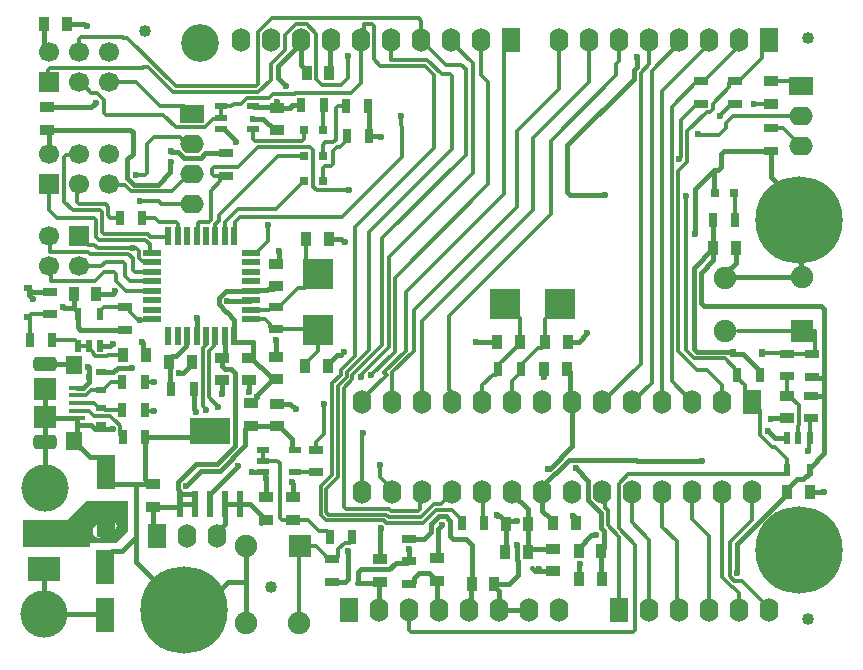
<source format=gtl>
G04*
G04 #@! TF.GenerationSoftware,Altium Limited,Altium Designer,22.1.2 (22)*
G04*
G04 Layer_Physical_Order=1*
G04 Layer_Color=255*
%FSLAX25Y25*%
%MOIN*%
G70*
G04*
G04 #@! TF.SameCoordinates,CB3FAF70-DFB5-4037-BA8D-DCE23A76FFA9*
G04*
G04*
G04 #@! TF.FilePolarity,Positive*
G04*
G01*
G75*
%ADD12C,0.01575*%
%ADD13R,0.03543X0.05118*%
%ADD14R,0.05118X0.03543*%
%ADD15R,0.05512X0.06299*%
%ADD16R,0.07480X0.07480*%
%ADD17R,0.05315X0.01575*%
%ADD18R,0.13780X0.08661*%
%ADD19R,0.02362X0.08661*%
%ADD20R,0.03937X0.02165*%
%ADD21R,0.06299X0.11811*%
%ADD22R,0.10630X0.07874*%
%ADD23R,0.02165X0.03937*%
%ADD24R,0.03150X0.03150*%
%ADD25R,0.02756X0.05118*%
%ADD26R,0.10236X0.09843*%
%ADD27R,0.05118X0.02756*%
%ADD28R,0.09843X0.10236*%
%ADD29R,0.05906X0.02165*%
%ADD30R,0.02165X0.05906*%
%ADD31R,0.02700X0.02200*%
%ADD32R,0.02200X0.02700*%
%ADD33R,0.03543X0.02362*%
%ADD61C,0.07480*%
%ADD62R,0.07480X0.07480*%
%ADD68C,0.04000*%
%ADD69C,0.01181*%
%ADD70O,0.06299X0.07874*%
%ADD71R,0.06299X0.07874*%
%ADD72C,0.12598*%
%ADD73O,0.07874X0.06299*%
%ADD74R,0.07874X0.06299*%
%ADD75C,0.06693*%
%ADD76R,0.06693X0.06693*%
G04:AMPARAMS|DCode=77|XSize=78.74mil|YSize=47.24mil|CornerRadius=11.81mil|HoleSize=0mil|Usage=FLASHONLY|Rotation=0.000|XOffset=0mil|YOffset=0mil|HoleType=Round|Shape=RoundedRectangle|*
%AMROUNDEDRECTD77*
21,1,0.07874,0.02362,0,0,0.0*
21,1,0.05512,0.04724,0,0,0.0*
1,1,0.02362,0.02756,-0.01181*
1,1,0.02362,-0.02756,-0.01181*
1,1,0.02362,-0.02756,0.01181*
1,1,0.02362,0.02756,0.01181*
%
%ADD77ROUNDEDRECTD77*%
%ADD78C,0.15748*%
%ADD79C,0.29134*%
%ADD80C,0.02362*%
G36*
X36282Y36282D02*
X32552Y32552D01*
X23684D01*
Y31102D01*
X1243D01*
Y40157D01*
X15936D01*
X22235Y46457D01*
X36282D01*
Y36282D01*
D02*
G37*
%LPC*%
G36*
X28740Y41968D02*
X27972Y41815D01*
X27321Y41380D01*
X26886Y40729D01*
X26733Y39961D01*
Y39414D01*
X24959Y37640D01*
X24524Y36988D01*
X24371Y36220D01*
X24524Y35452D01*
X24959Y34801D01*
X25610Y34366D01*
X26378Y34213D01*
X27146Y34366D01*
X27797Y34801D01*
X29496Y36500D01*
X29744Y36335D01*
X30512Y36182D01*
X31280Y36335D01*
X31931Y36770D01*
X32366Y37421D01*
X32519Y38189D01*
X32366Y38957D01*
X31931Y39608D01*
X30159Y41380D01*
X29508Y41815D01*
X28740Y41968D01*
D02*
G37*
%LPD*%
D12*
X182677Y164961D02*
X204921Y187205D01*
X205755Y194337D02*
X205906Y194488D01*
X204921Y190141D02*
X205755Y190975D01*
Y194337D01*
X204921Y187205D02*
Y190141D01*
X182677Y149348D02*
Y164961D01*
X183600Y148425D02*
X195276D01*
X182677Y149348D02*
X183600Y148425D01*
X105868Y95239D02*
X107329D01*
X102756Y92126D02*
X105868Y95239D01*
X182777Y99405D02*
X186413D01*
X189370Y102362D01*
X26378Y36220D02*
X28740Y38583D01*
Y39961D02*
X30512Y38189D01*
X28740Y38583D02*
Y39961D01*
X109449Y29921D02*
X109485Y29885D01*
Y20559D02*
Y29885D01*
X225197Y135433D02*
Y150401D01*
X231597Y156801D01*
X85630Y125591D02*
X86614Y126575D01*
X85433Y125591D02*
X85630D01*
X86614Y126575D02*
Y129921D01*
X103150Y133858D02*
X107283D01*
X108465Y132677D02*
X108661D01*
X107283Y133858D02*
X108465Y132677D01*
X36961Y170276D02*
X37883Y169353D01*
X9055Y170276D02*
X36961D01*
X37883Y162222D02*
Y169353D01*
X35965Y160304D02*
X37883Y162222D01*
X35965Y154069D02*
Y160304D01*
Y154069D02*
X38232Y151803D01*
X46071D01*
X50243Y155975D01*
Y159298D01*
X52761Y162841D02*
X54736Y160866D01*
X60459D01*
X61994Y162402D01*
X68898D01*
X50544Y162841D02*
X52761D01*
X10000Y162000D02*
Y169331D01*
X50243Y159298D02*
X50394Y159449D01*
X90209Y78937D02*
X92172Y76974D01*
X85827Y78937D02*
X90209D01*
X90945Y52543D02*
X91339Y52149D01*
X90945Y52543D02*
Y52756D01*
X91339Y47638D02*
Y52149D01*
X82109Y47812D02*
X82284Y47638D01*
X82109Y47812D02*
Y54226D01*
X54431Y89127D02*
X57395Y92092D01*
X53300Y89127D02*
X54431D01*
X53150Y88976D02*
X53300Y89127D01*
X40762Y99353D02*
Y99566D01*
X41142Y96260D02*
X42126Y95276D01*
X41142Y96260D02*
Y98974D01*
X40762Y99353D02*
X41142Y98974D01*
X32812Y90945D02*
X37402D01*
X31299Y89432D02*
X32812Y90945D01*
X26969Y98213D02*
X30283D01*
X30889Y98819D01*
X31102D01*
X85486Y94473D02*
X85536Y94523D01*
Y100213D01*
X31822Y116376D02*
X32035D01*
X31055Y115609D02*
X31822Y116376D01*
X25543Y115609D02*
X31055D01*
X174980Y90531D02*
X175000Y90551D01*
X174980Y87906D02*
Y90531D01*
X174961Y87887D02*
X174980Y87906D01*
X193898Y37446D02*
Y42484D01*
Y37446D02*
X194966Y36377D01*
Y33969D02*
Y36377D01*
X192060Y34960D02*
X192210Y35110D01*
X194882Y33884D02*
X194966Y33969D01*
X194882Y30906D02*
Y33884D01*
X190668Y34960D02*
X192060D01*
X193898Y29921D02*
X194882Y30906D01*
X186417Y30709D02*
X190668Y34960D01*
X184798Y39693D02*
X185498Y38993D01*
X184798Y39693D02*
Y41333D01*
X184648Y41484D02*
X184798Y41333D01*
X162450Y39116D02*
X163098Y39764D01*
X162450Y38434D02*
Y39116D01*
X163098Y39764D02*
X165748D01*
X161991Y37976D02*
X162450Y38434D01*
X162061Y29581D02*
Y37906D01*
X161991Y37976D02*
X162061Y37906D01*
X159055Y41732D02*
X159206Y41582D01*
X162114Y38770D02*
Y39558D01*
X160090Y41582D02*
X162114Y39558D01*
X159206Y41582D02*
X160090D01*
X77756Y173819D02*
X81299D01*
X85039Y170079D01*
X152084Y99606D02*
X159252D01*
X251000Y74016D02*
X255906D01*
X250607Y73622D02*
X251000Y74016D01*
X250394Y73622D02*
X250607D01*
X249430Y69629D02*
X249643D01*
X251948Y67323D01*
X255906D01*
X21441Y205512D02*
X22228Y204724D01*
X22441D01*
X15748Y205512D02*
X21441D01*
X165748Y26710D02*
Y31890D01*
X166142Y21821D02*
Y26316D01*
X165748Y26710D02*
X166142Y26316D01*
X163218Y18898D02*
X166142Y21821D01*
X52756Y50433D02*
X54370Y48819D01*
X104243Y19579D02*
X108505D01*
X109485Y20559D01*
X86286Y187336D02*
X88976Y184646D01*
X86286Y187336D02*
Y191499D01*
X120259Y167717D02*
X120472D01*
X116659Y168092D02*
X119884D01*
X120259Y167717D01*
X116436Y168315D02*
X116659Y168092D01*
X85827Y177559D02*
X90205D01*
X90993Y178347D01*
X85827Y177559D02*
Y179528D01*
X85630Y177756D02*
X85827Y177559D01*
X90993Y178347D02*
X93898D01*
X116436Y168315D02*
Y177755D01*
X50394Y162992D02*
X50544Y162841D01*
X237705Y96125D02*
X238018Y95813D01*
X255984Y49567D02*
Y50354D01*
Y48779D02*
Y49567D01*
X171896Y23031D02*
X177953D01*
X3319Y117086D02*
X4263Y116142D01*
X3319Y115202D02*
Y117086D01*
Y115202D02*
X4641Y113880D01*
X3006Y117398D02*
X3319Y117086D01*
X239370Y22441D02*
Y32198D01*
X253314Y46142D01*
X63386Y48622D02*
X72835Y58071D01*
X63386Y45472D02*
Y48622D01*
X72835Y58071D02*
Y58268D01*
X52756Y52716D02*
X58847Y58808D01*
X60382Y56445D02*
X66738D01*
X58847Y58808D02*
X65759D01*
X55512Y51575D02*
X60382Y56445D01*
X66738D02*
X75300Y65008D01*
X65759Y58808D02*
X71850Y64899D01*
X58386Y45472D02*
Y48425D01*
X75300Y65008D02*
Y70601D01*
X76284Y71585D02*
X77072D01*
X52756Y50433D02*
Y52716D01*
X54370Y48819D02*
X57992D01*
X75300Y70601D02*
X76284Y71585D01*
X71850Y64899D02*
Y88955D01*
X57992Y48819D02*
X58386Y48425D01*
X67515Y91431D02*
X68651Y90294D01*
X70512D02*
X71850Y88955D01*
X67515Y91431D02*
Y94214D01*
X68651Y90294D02*
X70512D01*
X162008Y29528D02*
X162061Y29581D01*
X140945Y38370D02*
Y38583D01*
X139803Y41339D02*
X142086D01*
X139541Y36965D02*
X140945Y38370D01*
X142086Y41339D02*
X143701Y39724D01*
X137178Y36153D02*
Y38714D01*
X143517Y34781D02*
Y37161D01*
X143701Y37344D01*
X144440Y33858D02*
X148781D01*
X143517Y34781D02*
X144440Y33858D01*
X134884D02*
X137178Y36153D01*
Y38714D02*
X139803Y41339D01*
X143701Y37344D02*
Y39724D01*
X139541Y27533D02*
Y36965D01*
X120472Y37189D02*
Y37402D01*
X120079Y26969D02*
Y36795D01*
X120472Y37189D01*
X25162Y70472D02*
X31102D01*
X25378Y179134D02*
X25591D01*
X24000Y177756D02*
X25378Y179134D01*
X9055Y177756D02*
X24000D01*
X112992Y22700D02*
X113915Y23622D01*
X123290D01*
X112992Y19751D02*
Y22700D01*
X112411Y19170D02*
X112992Y19751D01*
X123290Y23622D02*
X124213Y24544D01*
Y24702D02*
X125102Y25591D01*
X124213Y24544D02*
Y24702D01*
X27165Y89370D02*
X27227Y89432D01*
X31299D01*
X23890Y71745D02*
X25162Y70472D01*
X17911Y66142D02*
X18305Y66535D01*
X38888Y51968D02*
X38977Y51880D01*
Y34369D02*
Y51880D01*
X68386Y38780D02*
Y45472D01*
X65748Y34646D02*
Y36142D01*
X68386Y38780D01*
X19191Y71745D02*
X23890D01*
X18305Y66142D02*
Y66535D01*
X19285Y67515D01*
Y71650D01*
X19191Y71745D02*
Y74016D01*
Y71745D02*
X19285Y71650D01*
X235368Y120901D02*
Y122376D01*
X238779Y125787D02*
Y130709D01*
X235368Y122376D02*
X238779Y125787D01*
X231597Y149505D02*
X231890Y149213D01*
X231597Y149505D02*
Y156801D01*
X57395Y92092D02*
Y92879D01*
X59055Y107363D02*
X59113Y107421D01*
X59055Y101575D02*
Y107363D01*
X67515Y82123D02*
X67557Y82081D01*
X67515Y82123D02*
Y86734D01*
X76391Y82833D02*
X76427Y82868D01*
Y86713D01*
X102756Y91339D02*
Y92126D01*
X76907Y94194D02*
X77214D01*
X76427D02*
X76907D01*
X78997Y81291D02*
X84699Y86993D01*
X77214Y94194D02*
X83431Y87977D01*
X84502D01*
X85486Y86993D01*
X76907Y94194D02*
X77891Y95178D01*
Y99409D01*
X71653Y101575D02*
Y106890D01*
Y99705D02*
X71949Y99409D01*
X77891D01*
X71653Y99705D02*
Y101575D01*
X68504Y95198D02*
Y101575D01*
X67520Y94214D02*
X68504Y95198D01*
X67515Y94214D02*
X67520D01*
X69114Y109429D02*
X71653Y106890D01*
X68728Y116535D02*
X77165D01*
X66444Y111968D02*
X68983Y109429D01*
X66444Y114251D02*
X68728Y116535D01*
X68983Y109429D02*
X69114D01*
X66444Y111968D02*
Y114251D01*
X69200Y113110D02*
X76889D01*
X77165Y113386D01*
X103347Y188976D02*
X103673Y189303D01*
Y199673D02*
X104000Y200000D01*
X103673Y189303D02*
Y199673D01*
X85039Y170079D02*
X85827D01*
X68209Y170472D02*
X72151Y166530D01*
Y166215D02*
Y166530D01*
X67323Y170472D02*
X68209D01*
X231597Y156801D02*
X232902D01*
X233824Y157724D02*
Y162267D01*
X232902Y156801D02*
X233824Y157724D01*
Y162267D02*
X234747Y163189D01*
X250394D01*
Y154335D02*
X260000Y144729D01*
X250394Y154335D02*
Y163189D01*
X260000Y140000D02*
Y144729D01*
X260457Y121499D02*
X260914Y121043D01*
X260457Y121499D02*
Y139543D01*
X260000Y140000D02*
X260457Y139543D01*
X260843Y120972D02*
X260914Y121043D01*
X235439Y120972D02*
X260843D01*
X235368Y120901D02*
X235439Y120972D01*
X263465Y49567D02*
X268037D01*
X268084Y49520D01*
X186417Y29921D02*
Y30709D01*
X158268Y18898D02*
X163218D01*
X158268Y18110D02*
X160000Y16378D01*
X158268Y18110D02*
Y18898D01*
X160000Y10000D02*
Y16378D01*
Y10000D02*
X170000D01*
X129921Y33858D02*
X134884D01*
X139370Y27362D02*
X139541Y27533D01*
X148781Y33858D02*
X150787Y31852D01*
X77564Y56128D02*
X81103D01*
X77508Y56185D02*
X77564Y56128D01*
X75520Y19494D02*
Y31327D01*
Y5923D02*
Y19494D01*
X59954Y10000D02*
X69448Y19494D01*
X75520D01*
X55000Y10000D02*
X59954D01*
X75520Y5923D02*
X75590Y5852D01*
X75449Y31398D02*
X75520Y31327D01*
X38977Y26023D02*
X55000Y10000D01*
X38977Y26023D02*
Y34369D01*
X38888Y51968D02*
X43701D01*
X31102D02*
X38888D01*
X34261Y29652D02*
X38977Y34369D01*
X30794Y29652D02*
X34261D01*
X28431Y24534D02*
Y27290D01*
X30794Y29652D01*
X9053Y74016D02*
X19191D01*
X8659Y74410D02*
X9053Y74016D01*
X61221Y67716D02*
X63386Y69882D01*
X41929Y67716D02*
X61221D01*
X41929Y53740D02*
X43701Y51968D01*
X44488D01*
X41929Y53740D02*
Y67716D01*
X28740Y54331D02*
X31102Y51968D01*
X28740Y54331D02*
Y56102D01*
X20667Y64173D02*
X23620Y61221D01*
X26378D02*
X28740Y58858D01*
X18305Y66142D02*
X20274Y64173D01*
X20667D01*
X23620Y61221D02*
X26378D01*
X28740Y56102D02*
Y58858D01*
X8659Y66142D02*
X8661Y66140D01*
Y50787D02*
Y66140D01*
X8659Y66142D02*
Y74410D01*
Y83858D01*
X17911Y92126D02*
X18305Y91732D01*
X8659Y92126D02*
X17911D01*
X8268Y199117D02*
X10000Y197385D01*
X8268Y199117D02*
Y205512D01*
X10000Y196000D02*
Y197385D01*
X116213Y177978D02*
X116436Y177755D01*
X78150Y177756D02*
X85630D01*
X77953Y177953D02*
X78150Y177756D01*
X9055Y170276D02*
X10000Y169331D01*
X4263Y116142D02*
X10236D01*
X2756Y117398D02*
X3006D01*
X14748Y110946D02*
X18063D01*
X14656Y111038D02*
X14748Y110946D01*
X18985Y110024D02*
X19194D01*
X18063Y110946D02*
Y115609D01*
Y110946D02*
X18985Y110024D01*
X19194D02*
X19489Y109728D01*
Y108843D02*
Y109728D01*
X19422Y108775D02*
X19489Y108843D01*
X19422Y104466D02*
Y108775D01*
Y104466D02*
X20344Y103543D01*
X35039D01*
X77136Y71521D02*
X85763D01*
X85827Y71457D01*
X77072Y71585D02*
X77136Y71521D01*
X85827Y71457D02*
X86614D01*
X91313Y63609D02*
X91733D01*
X91017Y63904D02*
X91313Y63609D01*
X91017Y63904D02*
Y67054D01*
X86614Y71457D02*
X91017Y67054D01*
X129331Y25787D02*
X129921Y26378D01*
X125512Y25787D02*
X129331D01*
X125315Y25591D02*
X125512Y25787D01*
X125102Y25591D02*
X125315D01*
X128150Y19488D02*
X128740Y18898D01*
X120000Y19410D02*
X120079Y19488D01*
X119761Y19170D02*
X120000Y19410D01*
X112411Y19170D02*
X119761D01*
X120000Y10000D02*
Y19410D01*
X131693Y20669D02*
X133337Y22313D01*
X136676D01*
X131102Y18898D02*
X131693Y19488D01*
X128740Y18898D02*
X131102D01*
X131693Y19488D02*
Y20669D01*
X136676Y22313D02*
X137598Y21391D01*
Y20866D02*
Y21391D01*
Y20866D02*
X138583Y19882D01*
X139370D01*
Y16176D02*
Y19882D01*
X129874Y30512D02*
X129921Y30465D01*
Y26378D02*
Y30465D01*
X170973Y23954D02*
X171896Y23031D01*
X186614Y20472D02*
Y25097D01*
X186911Y25394D01*
X253346Y46142D02*
X255984Y48779D01*
X253314Y46142D02*
X253346D01*
X268202Y81488D02*
Y87458D01*
Y62395D02*
Y81488D01*
X263844Y81613D02*
X268077D01*
X268202Y81488D01*
Y87458D02*
Y93177D01*
X264561Y87458D02*
X268202D01*
X264181Y87839D02*
X264561Y87458D01*
X255984Y50354D02*
X259331Y53701D01*
X263386Y55807D02*
Y56693D01*
X261280Y53701D02*
X263386Y55807D01*
X259331Y53701D02*
X261280D01*
X267280Y111528D02*
X268315Y110494D01*
X268202Y93177D02*
X268315Y93289D01*
Y110494D01*
X227130Y112451D02*
X228053Y111528D01*
X227130Y112451D02*
Y122472D01*
X231299Y126641D01*
Y130709D01*
X228053Y111528D02*
X267280D01*
X224824Y124233D02*
X231299Y130709D01*
X224824Y97048D02*
Y124233D01*
Y97048D02*
X225746Y96125D01*
X237705D01*
X238018Y95638D02*
Y95813D01*
X263386Y57579D02*
X268202Y62395D01*
X263386Y56693D02*
Y57579D01*
X231201Y130807D02*
Y140059D01*
X231102Y140157D02*
X231201Y140059D01*
Y130807D02*
X231299Y130709D01*
X246850Y88583D02*
Y89764D01*
X241289Y95325D02*
X246850Y89764D01*
X238331Y95325D02*
X241289D01*
X238018Y95638D02*
X238331Y95325D01*
X55610Y98167D02*
Y101279D01*
X50899Y94651D02*
X52094D01*
X49915Y92879D02*
Y93666D01*
X55610Y101279D02*
X55905Y101575D01*
X52094Y94651D02*
X55610Y98167D01*
X49915Y93666D02*
X50899Y94651D01*
X50285Y84273D02*
X50655Y83903D01*
X50285Y84273D02*
Y92509D01*
X49915Y92879D02*
X50285Y92509D01*
X169541Y29581D02*
X170472Y30512D01*
X169488Y29528D02*
X169541Y29581D01*
X170472Y30512D02*
X177953D01*
X169541Y29581D02*
Y38717D01*
X169594Y38770D01*
X164350Y48935D02*
X169594Y43692D01*
X164350Y48935D02*
Y49500D01*
X169594Y38770D02*
Y43692D01*
X193996Y20571D02*
X194095Y20472D01*
X193898Y29921D02*
X193996Y29823D01*
Y20571D02*
Y29823D01*
X189626Y46756D02*
X193898Y42484D01*
X185408Y57297D02*
X189626Y53078D01*
Y46756D02*
Y53078D01*
X205938Y59772D02*
X227543D01*
X205658Y60052D02*
X205938Y59772D01*
X183112Y60052D02*
X205658D01*
X174350Y51291D02*
X183112Y60052D01*
X176279Y57235D02*
X176953D01*
X184350Y64631D01*
X174350Y43201D02*
Y51291D01*
X184350Y64631D02*
Y79500D01*
X182480Y90551D02*
X183446Y89585D01*
Y80404D02*
Y89585D01*
Y80404D02*
X184350Y79500D01*
X58135Y77038D02*
X58992Y76181D01*
X58135Y77038D02*
Y83903D01*
X84699Y86993D02*
X85486D01*
X82776Y117126D02*
X84449D01*
X77461Y116831D02*
X82480D01*
X84449Y117126D02*
X85433Y118110D01*
X82480Y116831D02*
X82776Y117126D01*
X77165Y116535D02*
X77461Y116831D01*
X139139Y15945D02*
X139370Y16176D01*
X80512Y39173D02*
X81496Y40157D01*
X82284D01*
X73386Y45472D02*
X76929D01*
X80512Y41890D01*
Y41142D02*
Y41890D01*
Y41142D02*
X81496Y40157D01*
X68386Y45472D02*
X73386D01*
X139139Y10861D02*
X140000Y10000D01*
X139139Y10861D02*
Y15945D01*
X65748Y34646D02*
X66063D01*
X44488Y44488D02*
X52992D01*
X53386Y44882D01*
Y45472D01*
X44488Y35906D02*
Y44488D01*
Y35906D02*
X45748Y34646D01*
X53386Y45472D02*
X58386D01*
X150787Y18898D02*
Y31852D01*
X150000Y10000D02*
X150394Y10394D01*
Y18504D01*
X150787Y18898D01*
X8268Y8661D02*
Y23622D01*
Y8661D02*
X28163D01*
X28431Y8393D01*
X23132Y87350D02*
Y91068D01*
X23084Y86274D02*
Y87097D01*
X23132Y87350D02*
X23234Y87248D01*
X23030Y91171D02*
X23132Y91068D01*
X21061Y84252D02*
X23084Y86274D01*
Y87097D02*
X23234Y87248D01*
X19191Y84252D02*
X21061D01*
X86286Y191499D02*
X94000Y199213D01*
X174350Y43201D02*
X176786Y40765D01*
X177033D01*
X178017Y39781D01*
Y38993D02*
Y39781D01*
X94000Y199213D02*
Y200000D01*
Y191630D02*
Y199213D01*
Y191630D02*
X95866Y189764D01*
Y188976D02*
Y189764D01*
D13*
X182777Y99405D02*
D03*
X175296D02*
D03*
X8268Y205512D02*
D03*
X15748D02*
D03*
X182480Y90551D02*
D03*
X175000D02*
D03*
X166732Y99606D02*
D03*
X159252D02*
D03*
X255984Y49567D02*
D03*
X263465D02*
D03*
X178017Y38993D02*
D03*
X185498D02*
D03*
X169594Y38770D02*
D03*
X162114D02*
D03*
X186417Y29921D02*
D03*
X193898D02*
D03*
X194095Y20472D02*
D03*
X186614D02*
D03*
X57395Y92879D02*
D03*
X49915D02*
D03*
X103150Y133858D02*
D03*
X95669D02*
D03*
X102756Y91339D02*
D03*
X95276D02*
D03*
X158268Y18898D02*
D03*
X150787D02*
D03*
X103347Y188976D02*
D03*
X95866D02*
D03*
X169488Y29528D02*
D03*
X162008D02*
D03*
X25543Y115609D02*
D03*
X18063D02*
D03*
X42126Y95276D02*
D03*
X34646D02*
D03*
X238779Y130709D02*
D03*
X231299D02*
D03*
D14*
X44488Y44488D02*
D03*
Y51968D02*
D03*
X9055Y170276D02*
D03*
Y177756D02*
D03*
X76427Y94194D02*
D03*
Y86713D02*
D03*
X85486Y86993D02*
D03*
Y94473D02*
D03*
X82284Y47638D02*
D03*
X67515Y94214D02*
D03*
Y86734D02*
D03*
X177953Y30512D02*
D03*
Y23031D02*
D03*
X85433Y118110D02*
D03*
Y125591D02*
D03*
X250394Y178937D02*
D03*
Y186417D02*
D03*
X82284Y40157D02*
D03*
X120079Y26969D02*
D03*
Y19488D02*
D03*
X139370Y27362D02*
D03*
Y19882D02*
D03*
X85827Y177559D02*
D03*
Y170079D02*
D03*
Y78937D02*
D03*
Y71457D02*
D03*
X255906Y74016D02*
D03*
Y81496D02*
D03*
X91339Y47638D02*
D03*
Y40157D02*
D03*
X77072Y79065D02*
D03*
Y71585D02*
D03*
D15*
X18305Y66535D02*
D03*
Y91732D02*
D03*
D16*
X8659Y83858D02*
D03*
Y74410D02*
D03*
X93449Y31398D02*
D03*
D17*
X19191Y84252D02*
D03*
Y81693D02*
D03*
Y79134D02*
D03*
Y76575D02*
D03*
Y74016D02*
D03*
D18*
X63386Y69882D02*
D03*
D19*
X73386Y45472D02*
D03*
X68386D02*
D03*
X63386D02*
D03*
X58386D02*
D03*
X53386D02*
D03*
D20*
X77953Y170472D02*
D03*
Y177953D02*
D03*
X67323Y170472D02*
D03*
Y174213D02*
D03*
Y177953D02*
D03*
X91733Y56128D02*
D03*
Y63609D02*
D03*
X81103Y56128D02*
D03*
Y59869D02*
D03*
Y63609D02*
D03*
D21*
X28431Y8393D02*
D03*
Y24534D02*
D03*
X28740Y56102D02*
D03*
Y39961D02*
D03*
D22*
X8268Y23622D02*
D03*
Y36220D02*
D03*
D23*
X26969Y108843D02*
D03*
X19489D02*
D03*
X26969Y98213D02*
D03*
X23229D02*
D03*
X19489D02*
D03*
X263386Y67323D02*
D03*
X259646D02*
D03*
X255906D02*
D03*
X263386Y56693D02*
D03*
X255906D02*
D03*
D24*
X101181Y170079D02*
D03*
X94882D02*
D03*
Y153150D02*
D03*
X101181D02*
D03*
X94882Y161417D02*
D03*
X101181D02*
D03*
X231890Y149213D02*
D03*
X238189D02*
D03*
D25*
X159646Y90551D02*
D03*
X167126D02*
D03*
X58135Y83903D02*
D03*
X50655D02*
D03*
X108733Y177978D02*
D03*
X116213D02*
D03*
X109178Y168092D02*
D03*
X116659D02*
D03*
X40945Y140945D02*
D03*
X33465D02*
D03*
X34252Y86221D02*
D03*
X41732D02*
D03*
X34252Y76772D02*
D03*
X41732D02*
D03*
X34449Y67716D02*
D03*
X41929D02*
D03*
X154921Y38976D02*
D03*
X147441D02*
D03*
X239370Y88583D02*
D03*
X246850D02*
D03*
X101378Y178347D02*
D03*
X93898D02*
D03*
X238583Y140157D02*
D03*
X231102D02*
D03*
X3543Y100000D02*
D03*
X11024D02*
D03*
X110885Y34566D02*
D03*
X103405D02*
D03*
D26*
X180311Y112205D02*
D03*
X161811D02*
D03*
D27*
X129921Y26378D02*
D03*
Y18898D02*
D03*
X68898Y154921D02*
D03*
Y162402D02*
D03*
X35039Y111024D02*
D03*
Y103543D02*
D03*
X85433Y103740D02*
D03*
Y111221D02*
D03*
X238583Y178937D02*
D03*
Y186417D02*
D03*
X227165Y178937D02*
D03*
Y186417D02*
D03*
X250394Y163189D02*
D03*
Y170669D02*
D03*
X263844Y74133D02*
D03*
Y81613D02*
D03*
X10236Y108661D02*
D03*
Y116142D02*
D03*
X264181Y95319D02*
D03*
Y87839D02*
D03*
X104243Y27059D02*
D03*
Y19579D02*
D03*
X98992Y56069D02*
D03*
Y63550D02*
D03*
X255887Y95473D02*
D03*
Y87993D02*
D03*
X129921Y26378D02*
D03*
Y33858D02*
D03*
D28*
X99606Y122098D02*
D03*
Y103598D02*
D03*
D29*
X77165Y107087D02*
D03*
Y110236D02*
D03*
Y113386D02*
D03*
Y116535D02*
D03*
Y119685D02*
D03*
Y122835D02*
D03*
Y125984D02*
D03*
Y129134D02*
D03*
X44094D02*
D03*
Y125984D02*
D03*
Y122835D02*
D03*
Y119685D02*
D03*
Y116535D02*
D03*
Y113386D02*
D03*
Y110236D02*
D03*
Y107087D02*
D03*
D30*
X71653Y134646D02*
D03*
X68504D02*
D03*
X65354D02*
D03*
X62205D02*
D03*
X59055D02*
D03*
X55905D02*
D03*
X52756D02*
D03*
X49606D02*
D03*
Y101575D02*
D03*
X52756D02*
D03*
X55905D02*
D03*
X59055D02*
D03*
X62205Y101575D02*
D03*
X65354Y101575D02*
D03*
X68504D02*
D03*
X71653D02*
D03*
D31*
X2756Y107798D02*
D03*
Y117398D02*
D03*
D32*
X247618Y95888D02*
D03*
X238018D02*
D03*
D33*
X27165Y83465D02*
D03*
Y89370D02*
D03*
Y77559D02*
D03*
Y71653D02*
D03*
D61*
X235368Y120901D02*
D03*
Y103184D02*
D03*
X260914Y121043D02*
D03*
X75590Y5852D02*
D03*
X93307D02*
D03*
X75449Y31398D02*
D03*
D62*
X260914Y103042D02*
D03*
D68*
X41850Y203228D02*
D03*
X83976Y17677D02*
D03*
X263032Y7205D02*
D03*
Y200866D02*
D03*
D69*
X233465Y174803D02*
Y175000D01*
X237402Y178937D01*
X238583D01*
X127559Y161024D02*
Y171260D01*
X127165Y171654D02*
Y174803D01*
Y171654D02*
X127559Y171260D01*
X207087Y92236D02*
Y189083D01*
X194350Y79500D02*
X207087Y92236D01*
Y189083D02*
X210000Y191997D01*
X177165Y166535D02*
X199016Y188386D01*
Y192125D02*
X200000Y193109D01*
X199016Y188386D02*
Y192125D01*
X177165Y142126D02*
Y166535D01*
X200000Y193109D02*
Y200000D01*
X143307Y108268D02*
X177165Y142126D01*
X143307Y83538D02*
Y108268D01*
X135129Y191387D02*
X138189Y188327D01*
Y164173D02*
Y188327D01*
X111811Y137795D02*
X138189Y164173D01*
X128740Y116142D02*
X161417Y148819D01*
Y197417D01*
X128740Y96529D02*
Y116142D01*
X156299Y151969D02*
Y186226D01*
X125175Y96249D02*
Y120844D01*
X156299Y151969D01*
X123207Y97899D02*
Y127931D01*
X151082Y155806D02*
Y192340D01*
X123207Y127931D02*
X151082Y155806D01*
X121023Y134015D02*
X148732Y161724D01*
X121023Y98499D02*
Y134015D01*
X148732Y161724D02*
Y190336D01*
X109059Y89319D02*
X116535Y96796D01*
Y136221D02*
X144249Y163934D01*
X116535Y96796D02*
Y136221D01*
X144249Y163934D02*
Y188014D01*
X107090Y90135D02*
X111811Y94855D01*
Y137795D01*
X166732Y99606D02*
Y107480D01*
X161811Y112205D02*
X162008D01*
X166732Y107480D01*
X159646Y91732D02*
X166732Y98819D01*
X159646Y90551D02*
Y91732D01*
X166732Y98819D02*
Y99606D01*
X154350Y79500D02*
Y85209D01*
X158858Y88583D02*
X159646Y89370D01*
Y90551D01*
X154350Y85209D02*
X157724Y88583D01*
X158858D01*
X131496Y110236D02*
X165748Y144488D01*
Y169685D01*
X134350Y106412D02*
X171260Y143321D01*
X134350Y79500D02*
Y106412D01*
X131496Y96501D02*
Y110236D01*
X171260Y143321D02*
Y167323D01*
X154000Y188525D02*
X156299Y186226D01*
X161417Y197417D02*
X164000Y200000D01*
X165748Y169685D02*
X180000Y183937D01*
X114350Y79500D02*
Y80287D01*
X121699Y88988D02*
X122375Y88312D01*
X121699Y88988D02*
Y89488D01*
X114350Y80287D02*
X122375Y88312D01*
X121699Y89488D02*
X128740Y96529D01*
X111027Y88504D02*
X121023Y98499D01*
X104248Y85744D02*
X107090Y88586D01*
X109059Y87771D02*
Y89319D01*
X104248Y55252D02*
Y85744D01*
X107090Y88586D02*
Y90135D01*
X106217Y54437D02*
Y84929D01*
X108185Y84113D02*
X111027Y86956D01*
X108185Y44589D02*
Y84113D01*
X106217Y84929D02*
X109059Y87771D01*
X111027Y86956D02*
Y88504D01*
X102342Y50563D02*
X106217Y54437D01*
X108877Y43898D02*
X123163D01*
X108185Y44589D02*
X108877Y43898D01*
X143307Y83538D02*
X143371Y83474D01*
X180000Y183937D02*
Y200000D01*
X143371Y80479D02*
Y83474D01*
Y80479D02*
X144350Y79500D01*
X210732Y85882D02*
Y189945D01*
X204350Y79500D02*
X210732Y85882D01*
Y189945D02*
X220000Y199213D01*
X214350Y79500D02*
Y183039D01*
X210000Y191997D02*
Y200000D01*
X214350Y183039D02*
X230000Y198689D01*
X110098Y32597D02*
X110885Y33385D01*
X106211Y30303D02*
X108506Y32597D01*
X110098D01*
X106211Y27847D02*
Y30303D01*
X222047Y96762D02*
X224850Y93960D01*
X222047Y96762D02*
Y148031D01*
X219488Y156405D02*
X222569Y159486D01*
X219488Y96537D02*
X225753Y90272D01*
X219488Y96537D02*
Y156405D01*
X109449Y187403D02*
Y194882D01*
X107085Y185039D02*
X109449Y187403D01*
X107680Y141145D02*
X127559Y161024D01*
X28150Y175889D02*
Y180194D01*
Y175889D02*
X28842Y175197D01*
X48031D01*
X52165Y171063D01*
X61988D01*
X44806Y167717D02*
X53442D01*
X55568Y165591D01*
X57480D01*
X42520Y165430D02*
X44806Y167717D01*
X42520Y155903D02*
Y165430D01*
X38721Y155211D02*
X41828D01*
X42520Y155903D01*
X73561Y141145D02*
X107680D01*
X113874Y88567D02*
X123207Y97899D01*
X154000Y188525D02*
Y200000D01*
X144000Y199422D02*
X151082Y192340D01*
X124350Y89355D02*
X131496Y96501D01*
X190000Y186063D02*
Y200000D01*
X171260Y167323D02*
X190000Y186063D01*
X61247Y97520D02*
X62205Y98477D01*
Y101575D01*
X32318Y119711D02*
X35494Y116535D01*
X32318Y119711D02*
Y122207D01*
X35494Y116535D02*
X44094D01*
X255906Y55807D02*
Y60433D01*
X246870Y68568D02*
X250938Y64501D01*
X251838D01*
X246870Y70900D02*
X246909Y70939D01*
X251838Y64501D02*
X255906Y60433D01*
X246870Y68568D02*
Y70900D01*
X246909Y70939D02*
Y76941D01*
X224850Y93960D02*
X235174D01*
X64862Y98248D02*
Y101083D01*
X63216Y96601D02*
X64862Y98248D01*
X61247Y78062D02*
Y97520D01*
X12597Y140945D02*
X24935D01*
X10000Y143542D02*
X12597Y140945D01*
X24935D02*
X25627Y140253D01*
Y134438D02*
Y140253D01*
X84154Y207345D02*
X133256D01*
X110400Y182283D02*
X114000Y185884D01*
Y200000D01*
X133256Y207345D02*
X134000Y206600D01*
X79472Y202663D02*
X84154Y207345D01*
X118096Y193644D02*
Y204684D01*
X117405Y205376D02*
X118096Y204684D01*
X114933Y200933D02*
Y205376D01*
X95875Y205315D02*
X99016Y202175D01*
X114000Y200000D02*
X114933Y200933D01*
X99016Y187028D02*
X101004Y185039D01*
X88528Y201718D02*
X92125Y205315D01*
X95875D01*
X99016Y187028D02*
Y202175D01*
X114933Y205376D02*
X117405D01*
X101004Y185039D02*
X107085D01*
X91949Y182283D02*
X110400D01*
X120353Y191387D02*
X135129D01*
X84419Y182087D02*
X91752D01*
X83041Y180709D02*
X84419Y182087D01*
X91752D02*
X91949Y182283D01*
X75709Y180709D02*
X83041D01*
X51303Y182677D02*
X79596D01*
X83727Y186808D01*
Y192002D01*
X88528Y196802D01*
X79472Y185338D02*
Y202663D01*
X52119Y184646D02*
X78781D01*
X79472Y185338D01*
X88528Y196802D02*
Y201718D01*
X42895Y191085D02*
X51303Y182677D01*
X30000Y152000D02*
X30145Y151855D01*
X56693Y155591D02*
X57480D01*
X35118Y151855D02*
X37335Y149638D01*
X30145Y151855D02*
X35118D01*
X37335Y149638D02*
X50740D01*
X56693Y155591D01*
X61988Y171063D02*
X64646Y173721D01*
X238310Y19882D02*
X240905D01*
X250000Y10000D02*
Y10787D01*
X236811Y21381D02*
Y32701D01*
X237795Y17913D02*
X240000Y15709D01*
X236811Y32701D02*
X244350Y40240D01*
X234350Y21058D02*
Y49500D01*
X237495Y17913D02*
X237795D01*
X234350Y21058D02*
X237495Y17913D01*
X240905Y19882D02*
X250000Y10787D01*
X236811Y21381D02*
X238310Y19882D01*
X240000Y10000D02*
Y15709D01*
X105424Y27059D02*
X106211Y27847D01*
X134565Y39162D02*
X138906Y43504D01*
X144095D01*
X133750Y41131D02*
X138091Y45472D01*
X100374Y41806D02*
Y51378D01*
X132934Y43099D02*
X133626Y43791D01*
X100374Y41806D02*
X102219Y39961D01*
X121532D01*
X147441Y38976D02*
Y40157D01*
X140631Y45472D02*
X144350Y49192D01*
X138091Y45472D02*
X140631D01*
X133626Y43791D02*
Y48776D01*
X122331Y39162D02*
X134565D01*
X133626Y48776D02*
X134350Y49500D01*
X144350Y49192D02*
Y49500D01*
X144095Y43504D02*
X147441Y40157D01*
X121532Y39961D02*
X122331Y39162D01*
X123146Y41131D02*
X133750D01*
X123961Y43099D02*
X132934D01*
X102342Y42621D02*
X103034Y41929D01*
X102342Y42621D02*
Y50563D01*
X103034Y41929D02*
X122348D01*
X123163Y43898D02*
X123961Y43099D01*
X122348Y41929D02*
X123146Y41131D01*
X54921Y178150D02*
X57480Y175591D01*
X30000Y186000D02*
X38888D01*
X46738Y178150D01*
X54921D01*
X20000Y186000D02*
X20377D01*
X23808Y182570D02*
X25774D01*
X28150Y180194D01*
X20377Y186000D02*
X23808Y182570D01*
X103062Y27059D02*
X105424D01*
X110885Y33385D02*
Y34566D01*
X31969Y73032D02*
X32162D01*
X33661Y71532D01*
Y68504D02*
Y71532D01*
Y68504D02*
X34449Y67716D01*
X30197Y74803D02*
X31969Y73032D01*
X93234Y18001D02*
X93334Y17901D01*
X24016Y75807D02*
Y75883D01*
X23324Y76575D02*
X24016Y75883D01*
X25020Y74803D02*
X30197D01*
X19191Y76575D02*
X23324D01*
X24016Y75807D02*
X25020Y74803D01*
X28543Y76772D02*
X34252D01*
X27756Y77559D02*
X28543Y76772D01*
X27165Y77559D02*
X27756D01*
X99465Y103740D02*
X99606Y103598D01*
X85433Y103740D02*
X99465D01*
X66831Y173721D02*
X67323Y174213D01*
Y177953D01*
X147205Y191863D02*
X148732Y190336D01*
X82996Y133095D02*
Y138585D01*
X79035Y129134D02*
X82996Y133095D01*
X71718Y139302D02*
X73561Y141145D01*
X63216Y81059D02*
Y96601D01*
X62331Y76780D02*
Y76979D01*
X63216Y81059D02*
X66339Y77935D01*
X61247Y78062D02*
X62331Y76979D01*
X64646Y173721D02*
X66831D01*
X244350Y40240D02*
Y49500D01*
X260914Y103096D02*
X264919D01*
X234350Y79500D02*
Y85209D01*
X225753Y90272D02*
X229287D01*
X234350Y85209D01*
X222569Y169678D02*
X229073Y176181D01*
X222569Y159486D02*
Y169678D01*
X217448Y86402D02*
Y177574D01*
X217448Y177575D01*
X217448Y86402D02*
X224350Y79500D01*
X235174Y93960D02*
X239370Y89764D01*
Y87402D02*
Y89764D01*
X26095Y130761D02*
X37837D01*
X36299Y128793D02*
X37715Y127377D01*
X25627Y134438D02*
X26632Y133433D01*
X27596Y136093D02*
X28288Y135402D01*
X37715Y123527D02*
Y127377D01*
X28288Y135402D02*
X42822D01*
X26632Y133433D02*
X42007D01*
X43662Y134562D02*
X49114D01*
X42007Y133433D02*
X43402Y132038D01*
X27596Y136093D02*
Y142641D01*
X42822Y135402D02*
X43662Y134562D01*
X23476Y128793D02*
X36299D01*
X40186Y146461D02*
X40364Y146282D01*
X46372D01*
X47064Y145591D02*
X57480D01*
X46372Y146282D02*
X47064Y145591D01*
X100374Y51378D02*
X104248Y55252D01*
X98992Y66193D02*
X101689Y68890D01*
Y78900D01*
X98992Y63550D02*
Y66193D01*
X98963Y56099D02*
X98992Y56069D01*
X91733Y56128D02*
X91763Y56099D01*
X98963D01*
X81103Y59869D02*
Y63609D01*
Y59869D02*
X85883D01*
X86716Y59036D01*
Y40849D02*
Y59036D01*
Y40849D02*
X87408Y40157D01*
X91339D01*
X96151D02*
X99774Y36534D01*
X102618D01*
X103405Y34566D02*
Y35747D01*
X91339Y40157D02*
X96151D01*
X102618Y36534D02*
X103405Y35747D01*
X102274Y27847D02*
Y28084D01*
X93449Y31398D02*
X98961D01*
X102274Y28084D01*
Y27847D02*
X103062Y27059D01*
X93234Y31182D02*
X93449Y31398D01*
X93234Y18001D02*
Y31182D01*
X93307Y17875D02*
X93334Y17901D01*
X93307Y5852D02*
Y17875D01*
X154636Y39262D02*
X154921Y38976D01*
X154350Y49500D02*
X154636Y49215D01*
Y39262D02*
Y49215D01*
X194350Y49500D02*
X195330Y48521D01*
X196063Y38343D02*
Y43381D01*
X195330Y44114D02*
Y48521D01*
X196063Y38343D02*
X200000Y34406D01*
X195330Y44114D02*
X196063Y43381D01*
X217448Y177575D02*
Y177882D01*
X225984Y186417D01*
X220000Y199213D02*
Y200000D01*
X130000Y3456D02*
Y10000D01*
X205298Y3456D02*
Y31891D01*
X204607Y2764D02*
X205298Y3456D01*
X130000D02*
X130692Y2764D01*
X204607D01*
X22222Y81890D02*
X23797Y83465D01*
X27165D02*
X27756D01*
X19388Y81890D02*
X22222D01*
X23797Y83465D02*
X27165D01*
X19191Y81693D02*
X19388Y81890D01*
X105519Y166928D02*
Y177286D01*
X106721Y164453D02*
X109178Y166911D01*
X104572Y163198D02*
X105828Y164453D01*
X101873Y165950D02*
X104541D01*
X105519Y166928D01*
X109178Y166911D02*
Y168092D01*
X105828Y164453D02*
X106721D01*
X104572Y158770D02*
Y163198D01*
X101948Y158078D02*
X103881D01*
X104572Y158770D01*
X101181Y157311D02*
X101948Y158078D01*
X101181Y153150D02*
Y157311D01*
X105519Y177286D02*
X106211Y177978D01*
X108733D01*
X101181Y161417D02*
Y165259D01*
X101873Y165950D01*
X86046Y161417D02*
X94882D01*
X41732Y76772D02*
X41950Y76554D01*
X44786D01*
X41732Y86221D02*
X41782Y86270D01*
X44885D01*
X26575Y77559D02*
X27165D01*
X19191Y79134D02*
X25000D01*
X26575Y77559D01*
X30512Y86221D02*
X34252D01*
X27756Y83465D02*
X30512Y86221D01*
X11024Y100000D02*
X18587D01*
X19489Y99098D01*
Y98213D02*
Y99098D01*
Y98213D02*
X23229D01*
Y97327D02*
X24509Y96047D01*
X23229Y97327D02*
Y98213D01*
X24509Y95673D02*
Y96047D01*
Y95673D02*
X25316Y94866D01*
X29186D01*
X29595Y95276D01*
X34646D01*
X2756Y107798D02*
X3006D01*
X3543Y100000D02*
Y107261D01*
X3006Y107798D02*
X3543Y107261D01*
X3869Y108661D02*
X10236D01*
X3006Y107798D02*
X3869Y108661D01*
X26969Y109728D02*
X28265Y111024D01*
X26969Y108843D02*
Y109728D01*
X28265Y111024D02*
X35039D01*
X37008Y109449D02*
Y110236D01*
X35039Y111024D02*
X36220D01*
X37008Y109449D02*
X39370Y107087D01*
X36220Y111024D02*
X37008Y110236D01*
X95276Y91339D02*
Y92126D01*
X99606Y96457D02*
Y103598D01*
X95276Y92126D02*
X99606Y96457D01*
X81890Y107087D02*
X83465Y105512D01*
Y104528D02*
X84252Y103740D01*
X85433D01*
X77165Y107087D02*
X81890D01*
X83465Y104528D02*
Y105512D01*
X95669Y125839D02*
X99606Y121902D01*
X95669Y125839D02*
Y133858D01*
X86614Y111221D02*
X92965Y117571D01*
X95276D02*
X99606Y121902D01*
X85433Y111221D02*
X86614D01*
X92965Y117571D02*
X95276D01*
X77165Y110236D02*
X83268D01*
X84252Y111221D01*
X85433D01*
X65354Y138724D02*
X66535Y139905D01*
X77953Y167031D02*
Y170472D01*
X97027Y164370D02*
X98036Y163362D01*
X72963Y143830D02*
X85562D01*
X98036Y151197D02*
Y163362D01*
X68504Y139370D02*
X72963Y143830D01*
X98036Y151197D02*
X99270Y149962D01*
X109841D01*
X66535Y139905D02*
Y141906D01*
X94190Y166339D02*
X94882Y167031D01*
X77953D02*
X78645Y166339D01*
X72879Y157724D02*
X79525Y164370D01*
X68504Y134646D02*
Y139370D01*
X94882Y167031D02*
Y170079D01*
X78645Y166339D02*
X94190D01*
X79525Y164370D02*
X97027D01*
X66535Y141906D02*
X86046Y161417D01*
X65354Y134646D02*
Y138724D01*
X64082Y157032D02*
X64774Y157724D01*
X71718Y134710D02*
Y139302D01*
X64774Y157724D02*
X72879D01*
X64774Y154921D02*
X67716D01*
X64082Y155613D02*
X64774Y154921D01*
X64082Y155613D02*
Y157032D01*
X71653Y134646D02*
X71718Y134710D01*
X85562Y143830D02*
X94882Y153150D01*
X67716Y154921D02*
X68898D01*
X101279Y170177D02*
Y178248D01*
X101181Y170079D02*
X101279Y170177D01*
Y178248D02*
X101378Y178347D01*
X10000Y124646D02*
X10692Y123954D01*
Y119921D02*
X25299D01*
X10692D02*
Y123954D01*
X25299Y119921D02*
X28277Y122899D01*
X31626D01*
X32318Y122207D01*
X20000Y124646D02*
X27239D01*
X28770Y126176D01*
X34518D02*
X35210Y125485D01*
Y121357D02*
Y125485D01*
X28770Y126176D02*
X34518D01*
X35210Y121357D02*
X36882Y119685D01*
X44094D01*
X10000Y134646D02*
X10168Y134477D01*
Y129550D02*
X22720D01*
X10168D02*
Y134477D01*
X22720Y129550D02*
X23476Y128793D01*
X38407Y122835D02*
X44094D01*
X43602Y126476D02*
X44094Y125984D01*
X38759Y130761D02*
X39763Y129757D01*
X40768Y126476D02*
X43602D01*
X39763Y127481D02*
X40768Y126476D01*
X39763Y127481D02*
Y129757D01*
X37715Y123527D02*
X38407Y122835D01*
X20000Y134646D02*
X22756Y131890D01*
X24967D01*
X26095Y130761D01*
X43894Y129134D02*
X44094D01*
X43402Y129626D02*
Y132038D01*
Y129626D02*
X43894Y129134D01*
X49114Y134562D02*
X49198Y134646D01*
X49606D01*
X10000Y143542D02*
Y152000D01*
X17763Y143333D02*
X26904D01*
X19902Y145302D02*
X28710D01*
X19210Y145993D02*
Y151210D01*
X20000Y152000D01*
X14969Y146128D02*
X17763Y143333D01*
X19210Y145993D02*
X19902Y145302D01*
X14969Y146128D02*
Y161145D01*
X28710Y145302D02*
X29564Y144448D01*
Y141637D02*
Y144448D01*
Y141637D02*
X30256Y140945D01*
X33465D01*
X26904Y143333D02*
X27596Y142641D01*
X40945Y140945D02*
X45312D01*
X46003Y140169D02*
Y140253D01*
X45312Y140945D02*
X46003Y140253D01*
Y140169D02*
X46695Y139477D01*
X52064D01*
X52756Y134646D02*
Y138785D01*
X52064Y139477D02*
X52756Y138785D01*
X14969Y161145D02*
X15661Y161837D01*
X19837D01*
X20000Y162000D01*
X118096Y193644D02*
X120353Y191387D01*
X71576Y178921D02*
X73921D01*
X75709Y180709D01*
X134000Y200000D02*
X142137Y191863D01*
X35825Y200940D02*
X52119Y184646D01*
X70608Y177953D02*
X71576Y178921D01*
X67323Y177953D02*
X70608D01*
X124000Y193507D02*
X135906D01*
X124000D02*
Y200000D01*
X135906Y193507D02*
X140708Y188706D01*
X41368Y191085D02*
X42895D01*
X34593Y200940D02*
X35825D01*
X41122Y190839D02*
X41368Y191085D01*
X10281Y190839D02*
X41122D01*
X9589Y186411D02*
Y190147D01*
X10281Y190839D01*
X9589Y186411D02*
X10000Y186000D01*
X134000Y200000D02*
Y206600D01*
X20000Y200371D02*
X20692Y201063D01*
X20000Y196000D02*
Y200371D01*
X20692Y201063D02*
X34470D01*
X34593Y200940D01*
X164350Y79500D02*
Y86594D01*
X167126Y89370D02*
Y90551D01*
X164350Y86594D02*
X167126Y89370D01*
X172830Y97436D02*
X174115D01*
X175296Y98617D01*
X167126Y90551D02*
Y91732D01*
X172830Y97436D01*
X175296Y98617D02*
Y99405D01*
X175784Y107677D02*
Y107874D01*
X175296Y107190D02*
X175784Y107677D01*
X175296Y99405D02*
Y107190D01*
X180114Y112205D02*
X180311D01*
X175784Y107874D02*
X180114Y112205D01*
X259842Y71673D02*
Y78347D01*
X259646Y67323D02*
Y71477D01*
X259842Y71673D01*
X256693Y81496D02*
X259842Y78347D01*
X255906Y81496D02*
X256693D01*
X255887Y81515D02*
X255906Y81496D01*
X255887Y81515D02*
Y87993D01*
X265170Y95369D02*
Y102845D01*
X265061Y102954D02*
X265170Y102845D01*
X255939Y95421D02*
X265118D01*
X265170Y95369D01*
X255887Y95473D02*
X255939Y95421D01*
X255679Y95680D02*
X255887Y95473D01*
X247618Y95888D02*
X247826Y95680D01*
X255679D01*
X239516Y103096D02*
X260914D01*
X264919D02*
X265061Y102954D01*
X238189Y149213D02*
X238386Y149016D01*
Y140354D02*
Y149016D01*
Y140354D02*
X238583Y140157D01*
X250394Y170669D02*
X254606D01*
X260630Y164646D01*
X258858Y186417D02*
X260630Y184646D01*
X250394Y186417D02*
X258858D01*
X220007Y160543D02*
Y160545D01*
X220601Y161139D02*
Y173554D01*
X220007Y160545D02*
X220601Y161139D01*
Y173554D02*
X225984Y178937D01*
X236614Y185630D02*
X237402Y186417D01*
X231102Y176988D02*
Y178937D01*
X238583Y186417D02*
X239764D01*
X231102Y178937D02*
X236614Y184449D01*
X230295Y176181D02*
X231102Y176988D01*
X229073Y176181D02*
X230295D01*
X236614Y184449D02*
Y185630D01*
X237402Y186417D02*
X238583D01*
X239370Y87402D02*
X241791Y84980D01*
Y82059D02*
Y84980D01*
Y82059D02*
X244350Y79500D01*
X246909Y76941D01*
X199823Y37367D02*
X205298Y31891D01*
X199823Y52163D02*
X202975Y55315D01*
X199823Y37367D02*
Y52163D01*
X202975Y55315D02*
X255413D01*
X255906Y55807D01*
X204229Y39359D02*
X210000Y33588D01*
X204350Y41357D02*
Y49500D01*
X204229Y41236D02*
X204350Y41357D01*
X204229Y39359D02*
Y41236D01*
X210000Y10000D02*
Y33588D01*
X59055Y134646D02*
X59547Y135138D01*
Y139105D02*
X59747Y139305D01*
X63152D01*
X59547Y135138D02*
Y139105D01*
X63152Y139305D02*
X63844Y139997D01*
Y149867D01*
X66929Y154134D02*
X67716Y154921D01*
X66929Y152953D02*
Y154134D01*
X63844Y149867D02*
X66929Y152953D01*
X226230Y168740D02*
X226534Y168436D01*
X233227D01*
X235561Y170770D02*
Y172291D01*
X233227Y168436D02*
X235561Y170770D01*
Y172291D02*
X237915Y174646D01*
X260630D01*
X77165Y129134D02*
X79035D01*
X225984Y178937D02*
X227165D01*
X140708Y188706D02*
X143557D01*
X144249Y188014D01*
X142137Y191863D02*
X147205D01*
X263844Y74148D02*
X264068D01*
X263794Y74084D02*
X263900Y73978D01*
X264173Y74016D02*
X265354D01*
X263386Y73228D02*
X264173Y74016D01*
X263386Y67323D02*
Y73228D01*
X263900Y73978D02*
Y74077D01*
X264068Y74148D02*
X264238Y73978D01*
X263844Y74133D02*
X263900Y74077D01*
X263187Y63247D02*
Y67124D01*
X262989Y63048D02*
X263187Y63247D01*
Y67124D02*
X263386Y67323D01*
X244742Y178835D02*
X244845Y178937D01*
X250394D01*
X120075Y54563D02*
X124350Y50287D01*
X120075Y54563D02*
Y58564D01*
X124350Y49500D02*
Y50287D01*
X113874Y87641D02*
Y88567D01*
X117298Y88371D02*
X125175Y96249D01*
X124350Y79500D02*
Y89355D01*
X144000Y199422D02*
Y200000D01*
X114350Y69003D02*
X114382Y69035D01*
X114350Y49500D02*
Y69003D01*
X219143Y10857D02*
X220000Y10000D01*
X219143Y10857D02*
Y33033D01*
X214350Y37825D02*
X219143Y33033D01*
X214350Y37825D02*
Y49500D01*
X230000Y10000D02*
Y34878D01*
X224350Y40528D02*
X230000Y34878D01*
X224350Y40528D02*
Y49500D01*
X200000Y10000D02*
Y34406D01*
X247441Y197441D02*
X250000Y200000D01*
X247441Y194095D02*
Y197441D01*
X239764Y186417D02*
X247441Y194095D01*
X227165Y186417D02*
X228346D01*
X240000Y198071D02*
Y200000D01*
X228346Y186417D02*
X240000Y198071D01*
X225984Y186417D02*
X227165D01*
X230000Y198689D02*
Y200000D01*
D70*
X114350Y49500D02*
D03*
X124350D02*
D03*
X134350D02*
D03*
X144350D02*
D03*
X154350D02*
D03*
X164350D02*
D03*
X174350D02*
D03*
X184350D02*
D03*
X194350D02*
D03*
X204350D02*
D03*
X214350D02*
D03*
X224350D02*
D03*
X234350D02*
D03*
X244350D02*
D03*
X114350Y79500D02*
D03*
X124350D02*
D03*
X134350D02*
D03*
X144350D02*
D03*
X154350D02*
D03*
X164350D02*
D03*
X174350D02*
D03*
X184350D02*
D03*
X194350D02*
D03*
X204350D02*
D03*
X214350D02*
D03*
X224350D02*
D03*
X234350D02*
D03*
X65748Y34646D02*
D03*
X55748D02*
D03*
X74000Y200000D02*
D03*
X84000D02*
D03*
X94000D02*
D03*
X104000D02*
D03*
X114000D02*
D03*
X124000D02*
D03*
X134000D02*
D03*
X144000D02*
D03*
X154000D02*
D03*
X190000D02*
D03*
X180000D02*
D03*
X200000D02*
D03*
X210000D02*
D03*
X220000D02*
D03*
X230000D02*
D03*
X240000D02*
D03*
X250000Y10000D02*
D03*
X240000D02*
D03*
X230000D02*
D03*
X220000D02*
D03*
X210000D02*
D03*
X170000D02*
D03*
X180000D02*
D03*
X160000D02*
D03*
X150000D02*
D03*
X140000D02*
D03*
X130000D02*
D03*
X120000D02*
D03*
D71*
X244350Y79500D02*
D03*
X45748Y34646D02*
D03*
X164000Y200000D02*
D03*
X250000D02*
D03*
X200000Y10000D02*
D03*
X110000D02*
D03*
D72*
X60236Y199213D02*
D03*
D73*
X57480Y145591D02*
D03*
Y155591D02*
D03*
Y165591D02*
D03*
X260630Y164646D02*
D03*
Y174646D02*
D03*
D74*
X57480Y175591D02*
D03*
X260630Y184646D02*
D03*
D75*
X10000Y124646D02*
D03*
X20000D02*
D03*
X10000Y134646D02*
D03*
X30000Y162000D02*
D03*
X20000D02*
D03*
X10000D02*
D03*
X30000Y152000D02*
D03*
X20000D02*
D03*
X30000Y196000D02*
D03*
X20000D02*
D03*
X10000D02*
D03*
X30000Y186000D02*
D03*
X20000D02*
D03*
D76*
Y134646D02*
D03*
X10000Y152000D02*
D03*
Y186000D02*
D03*
D77*
X8659Y66142D02*
D03*
Y92126D02*
D03*
D78*
X8268Y8661D02*
D03*
X8661Y50787D02*
D03*
D79*
X55000Y10000D02*
D03*
X260000Y30000D02*
D03*
Y140000D02*
D03*
D80*
X233465Y174803D02*
D03*
X127165D02*
D03*
X189370Y102362D02*
D03*
X109449Y29921D02*
D03*
X222047Y148031D02*
D03*
X109449Y194882D02*
D03*
X195276Y148425D02*
D03*
X86614Y129921D02*
D03*
X108661Y132677D02*
D03*
X34252Y38189D02*
D03*
X33858Y41339D02*
D03*
X92172Y76974D02*
D03*
X90945Y52756D02*
D03*
X82109Y54226D02*
D03*
X53150Y88976D02*
D03*
X40762Y99566D02*
D03*
X37402Y90945D02*
D03*
X31102Y98819D02*
D03*
X85536Y100213D02*
D03*
X32035Y116376D02*
D03*
X174961Y87887D02*
D03*
X192210Y35110D02*
D03*
X184648Y41484D02*
D03*
X165748Y39764D02*
D03*
X159055Y41732D02*
D03*
X77756Y173819D02*
D03*
X152084Y99606D02*
D03*
X250394Y73622D02*
D03*
X249430Y69629D02*
D03*
X22441Y204724D02*
D03*
X165748Y31890D02*
D03*
X225197Y135433D02*
D03*
X205906Y194488D02*
D03*
X88976Y184646D02*
D03*
X120472Y167717D02*
D03*
X85827Y179528D02*
D03*
X50394Y162992D02*
D03*
Y159449D02*
D03*
X4641Y113880D02*
D03*
X239370Y22441D02*
D03*
X173228Y23622D02*
D03*
X72835Y58268D02*
D03*
X55512Y51575D02*
D03*
X140945Y38583D02*
D03*
X120472Y37402D02*
D03*
X25591Y179134D02*
D03*
X31102Y70472D02*
D03*
X82996Y138585D02*
D03*
X59113Y107421D02*
D03*
X67557Y82081D02*
D03*
X76391Y82833D02*
D03*
X108241Y96037D02*
D03*
X69200Y113110D02*
D03*
X72151Y166215D02*
D03*
X268084Y49520D02*
D03*
X77508Y56185D02*
D03*
X14656Y111038D02*
D03*
X129874Y30512D02*
D03*
X186911Y25394D02*
D03*
X37837Y130874D02*
D03*
X38721Y155211D02*
D03*
X40186Y106941D02*
D03*
Y146461D02*
D03*
X101689Y78900D02*
D03*
X185408Y57297D02*
D03*
X176279Y57235D02*
D03*
X79176Y81113D02*
D03*
X58992Y76181D02*
D03*
X23118Y87684D02*
D03*
X23030Y91171D02*
D03*
X44786Y76554D02*
D03*
X44885Y86270D02*
D03*
X66339Y77935D02*
D03*
X62331Y76780D02*
D03*
X227543Y59772D02*
D03*
X109841Y149962D02*
D03*
X226230Y168740D02*
D03*
X220007Y160543D02*
D03*
X262989Y63048D02*
D03*
X244742Y178835D02*
D03*
X120075Y58564D02*
D03*
X113874Y87641D02*
D03*
X114382Y69035D02*
D03*
X117298Y88371D02*
D03*
M02*

</source>
